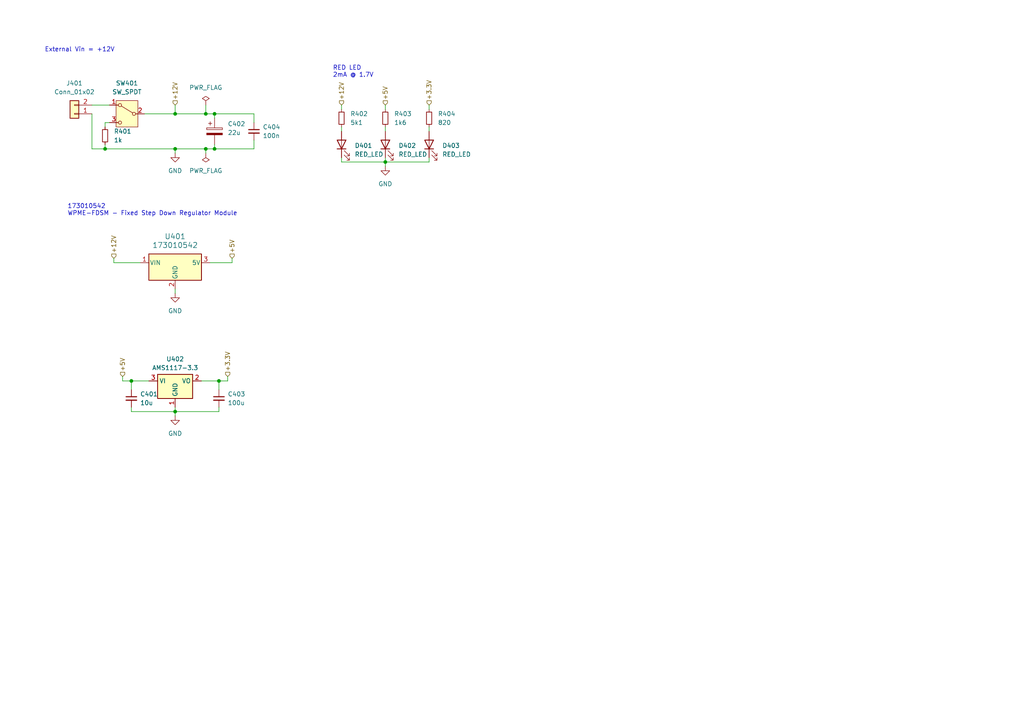
<source format=kicad_sch>
(kicad_sch (version 20231120) (generator "eeschema") (generator_version "8.0")
  (paper "A4")
  (lib_symbols
    (symbol "173010xxx:173010542" (pin_names (offset 0.254))
      (property "Reference" "U" (at 7.62 -6.35 0))
      (property "Value" "173010542" (at -0.508 3.556 0))
      (symbol "173010542_1_1"
        (rectangle (start -7.62 2.54) (end 7.62 -5.08) (stroke (width 0.254)) (fill (type background)))
        (pin power_in line (at -10.16 0 0) (length 2.54) (name "VIN") (number "1"))
        (pin power_in line (at 0 -7.62 90) (length 2.54) (name "GND") (number "2"))
        (pin power_out line (at 10.16 0 180) (length 2.54) (name "5V") (number "3"))
      )
    )
    (symbol "Connector_Generic:Conn_01x02" (pin_names (offset 1.016) hide)
      (property "Reference" "J" (at 0 2.54 0))
      (property "Value" "Conn_01x02" (at 0 -5.08 0))
      (symbol "Conn_01x02_1_1"
        (rectangle (start -1.27 -2.413) (end 0 -2.667) (stroke (width 0.1524)))
        (rectangle (start -1.27 0.127) (end 0 -0.127) (stroke (width 0.1524)))
        (rectangle (start -1.27 1.27) (end 1.27 -3.81) (stroke (width 0.254)) (fill (type background)))
        (pin passive line (at -5.08 0 0) (length 3.81) (name "Pin_1") (number "1"))
        (pin passive line (at -5.08 -2.54 0) (length 3.81) (name "Pin_2") (number "2"))
      )
    )
    (symbol "Device:C_Polarized" (pin_numbers hide) (pin_names (offset 0.254))
      (property "Reference" "C" (at 0.635 2.54 0))
      (property "Value" "C_Polarized" (at 0.635 -2.54 0))
      (symbol "C_Polarized_0_1"
        (rectangle (start -2.286 0.508) (end 2.286 1.016))
        (polyline (pts (xy -1.778 2.286) (xy -0.762 2.286)))
        (polyline (pts (xy -1.27 2.794) (xy -1.27 1.778)))
        (rectangle (start 2.286 -0.508) (end -2.286 -1.016) (fill (type outline)))
      )
      (symbol "C_Polarized_1_1"
        (pin passive line (at 0 3.81 270) (length 2.794) (name "~") (number "1"))
        (pin passive line (at 0 -3.81 90) (length 2.794) (name "~") (number "2"))
      )
    )
    (symbol "Device:C_Small" (pin_numbers hide) (pin_names (offset 0.254) hide)
      (property "Reference" "C" (at 0.254 1.778 0))
      (property "Value" "C_Small" (at 0.254 -2.032 0))
      (symbol "C_Small_0_1"
        (polyline (pts (xy -1.524 -0.508) (xy 1.524 -0.508)) (stroke (width 0.3302)))
        (polyline (pts (xy -1.524 0.508) (xy 1.524 0.508)) (stroke (width 0.3048)))
      )
      (symbol "C_Small_1_1"
        (pin passive line (at 0 2.54 270) (length 2.032) (name "~") (number "1"))
        (pin passive line (at 0 -2.54 90) (length 2.032) (name "~") (number "2"))
      )
    )
    (symbol "Device:LED" (pin_numbers hide) (pin_names (offset 1.016) hide)
      (property "Reference" "D" (at 0 2.54 0))
      (property "Value" "LED" (at 0 -2.54 0))
      (symbol "LED_0_1"
        (polyline (pts (xy -1.27 -1.27) (xy -1.27 1.27)) (stroke (width 0.254)))
        (polyline (pts (xy -1.27 0) (xy 1.27 0)))
        (polyline (pts (xy 1.27 -1.27) (xy 1.27 1.27) (xy -1.27 0) (xy 1.27 -1.27)) (stroke (width 0.254)))
        (polyline (pts (xy -3.048 -0.762) (xy -4.572 -2.286) (xy -3.81 -2.286) (xy -4.572 -2.286) (xy -4.572 -1.524)))
        (polyline (pts (xy -1.778 -0.762) (xy -3.302 -2.286) (xy -2.54 -2.286) (xy -3.302 -2.286) (xy -3.302 -1.524)))
      )
      (symbol "LED_1_1"
        (pin passive line (at -3.81 0 0) (length 2.54) (name "K") (number "1"))
        (pin passive line (at 3.81 0 180) (length 2.54) (name "A") (number "2"))
      )
    )
    (symbol "Device:R_Small" (pin_numbers hide) (pin_names (offset 0.254) hide)
      (property "Reference" "R" (at 0.762 0.508 0))
      (property "Value" "R_Small" (at 0.762 -1.016 0))
      (symbol "R_Small_0_1"
        (rectangle (start -0.762 1.778) (end 0.762 -1.778) (stroke (width 0.2032)))
      )
      (symbol "R_Small_1_1"
        (pin passive line (at 0 2.54 270) (length 0.762) (name "~") (number "1"))
        (pin passive line (at 0 -2.54 90) (length 0.762) (name "~") (number "2"))
      )
    )
    (symbol "Regulator_Linear:AMS1117-3.3"
      (property "Reference" "U" (at -3.81 3.175 0))
      (property "Value" "AMS1117-3.3" (at 0 3.175 0))
      (symbol "AMS1117-3.3_0_1"
        (rectangle (start -5.08 -5.08) (end 5.08 1.905) (stroke (width 0.254)) (fill (type background)))
      )
      (symbol "AMS1117-3.3_1_1"
        (pin power_in line (at 0 -7.62 90) (length 2.54) (name "GND") (number "1"))
        (pin power_out line (at 7.62 0 180) (length 2.54) (name "VO") (number "2"))
        (pin power_in line (at -7.62 0 0) (length 2.54) (name "VI") (number "3"))
      )
    )
    (symbol "Switch:SW_SPDT" (pin_names (offset 0) hide)
      (property "Reference" "SW" (at 0 5.08 0))
      (property "Value" "SW_SPDT" (at 0 -5.08 0))
      (symbol "SW_SPDT_0_1"
        (circle (center -2.032 0) (radius 0.4572))
        (polyline (pts (xy -1.651 0.254) (xy 1.651 2.286)))
        (circle (center 2.032 -2.54) (radius 0.4572))
        (circle (center 2.032 2.54) (radius 0.4572))
      )
      (symbol "SW_SPDT_1_1"
        (rectangle (start -3.175 3.81) (end 3.175 -3.81) (fill (type background)))
        (pin passive line (at 5.08 2.54 180) (length 2.54) (name "A") (number "1"))
        (pin passive line (at -5.08 0 0) (length 2.54) (name "B") (number "2"))
        (pin passive line (at 5.08 -2.54 180) (length 2.54) (name "C") (number "3"))
      )
    )
    (symbol "power:GND" (power) (pin_numbers hide) (pin_names (offset 0) hide)
      (property "Value" "GND" (at 0 -3.81 0))
      (symbol "GND_0_1"
        (polyline (pts (xy 0 0) (xy 0 -1.27) (xy 1.27 -1.27) (xy 0 -2.54) (xy -1.27 -1.27) (xy 0 -1.27)))
      )
      (symbol "GND_1_1"
        (pin power_in line (at 0 0 270) (length 0) (name "~") (number "1"))
      )
    )
    (symbol "power:PWR_FLAG" (power) (pin_numbers hide) (pin_names (offset 0) hide)
      (property "Value" "PWR_FLAG" (at 0 3.81 0))
      (symbol "PWR_FLAG_0_0"
        (pin power_out line (at 0 0 90) (length 0) (name "~") (number "1"))
      )
      (symbol "PWR_FLAG_0_1"
        (polyline (pts (xy 0 0) (xy 0 1.27) (xy -1.016 1.905) (xy 0 2.54) (xy 1.016 1.905) (xy 0 1.27)))
      )
    )
  )
  (junction (at 111.76 46.99))
  (junction (at 50.8 33.02))
  (junction (at 59.69 43.18))
  (junction (at 62.23 33.02))
  (junction (at 62.23 43.18))
  (junction (at 59.69 33.02))
  (junction (at 63.5 110.49))
  (junction (at 50.8 43.18))
  (junction (at 38.1 110.49))
  (junction (at 30.48 43.18))
  (junction (at 50.8 119.38))
  (wire (pts (xy 58.42 110.49) (xy 63.5 110.49)))
  (wire (pts (xy 50.8 33.02) (xy 59.69 33.02)))
  (wire (pts (xy 30.48 43.18) (xy 30.48 41.91)))
  (wire (pts (xy 99.06 46.99) (xy 111.76 46.99)))
  (wire (pts (xy 59.69 30.48) (xy 59.69 33.02)))
  (wire (pts (xy 26.67 30.48) (xy 31.75 30.48)))
  (wire (pts (xy 111.76 46.99) (xy 124.46 46.99)))
  (wire (pts (xy 124.46 46.99) (xy 124.46 45.72)))
  (wire (pts (xy 99.06 45.72) (xy 99.06 46.99)))
  (wire (pts (xy 111.76 46.99) (xy 111.76 48.26)))
  (wire (pts (xy 50.8 43.18) (xy 50.8 44.45)))
  (wire (pts (xy 30.48 43.18) (xy 50.8 43.18)))
  (wire (pts (xy 99.06 36.83) (xy 99.06 38.1)))
  (wire (pts (xy 73.66 35.56) (xy 73.66 33.02)))
  (wire (pts (xy 59.69 43.18) (xy 50.8 43.18)))
  (wire (pts (xy 124.46 30.48) (xy 124.46 31.75)))
  (wire (pts (xy 38.1 118.11) (xy 38.1 119.38)))
  (wire (pts (xy 63.5 110.49) (xy 66.04 110.49)))
  (wire (pts (xy 59.69 44.45) (xy 59.69 43.18)))
  (wire (pts (xy 33.02 76.2) (xy 40.64 76.2)))
  (wire (pts (xy 35.56 110.49) (xy 38.1 110.49)))
  (wire (pts (xy 30.48 35.56) (xy 30.48 36.83)))
  (wire (pts (xy 124.46 36.83) (xy 124.46 38.1)))
  (wire (pts (xy 43.18 110.49) (xy 38.1 110.49)))
  (wire (pts (xy 111.76 45.72) (xy 111.76 46.99)))
  (wire (pts (xy 62.23 34.29) (xy 62.23 33.02)))
  (wire (pts (xy 38.1 110.49) (xy 38.1 113.03)))
  (wire (pts (xy 63.5 110.49) (xy 63.5 113.03)))
  (wire (pts (xy 38.1 119.38) (xy 50.8 119.38)))
  (wire (pts (xy 50.8 85.09) (xy 50.8 83.82)))
  (wire (pts (xy 59.69 43.18) (xy 62.23 43.18)))
  (wire (pts (xy 50.8 30.48) (xy 50.8 33.02)))
  (wire (pts (xy 62.23 33.02) (xy 73.66 33.02)))
  (wire (pts (xy 66.04 109.22) (xy 66.04 110.49)))
  (wire (pts (xy 73.66 40.64) (xy 73.66 43.18)))
  (wire (pts (xy 111.76 36.83) (xy 111.76 38.1)))
  (wire (pts (xy 67.31 74.93) (xy 67.31 76.2)))
  (wire (pts (xy 26.67 43.18) (xy 30.48 43.18)))
  (wire (pts (xy 62.23 41.91) (xy 62.23 43.18)))
  (wire (pts (xy 62.23 43.18) (xy 73.66 43.18)))
  (wire (pts (xy 26.67 33.02) (xy 26.67 43.18)))
  (wire (pts (xy 31.75 35.56) (xy 30.48 35.56)))
  (wire (pts (xy 50.8 119.38) (xy 63.5 119.38)))
  (wire (pts (xy 63.5 118.11) (xy 63.5 119.38)))
  (wire (pts (xy 33.02 74.93) (xy 33.02 76.2)))
  (wire (pts (xy 41.91 33.02) (xy 50.8 33.02)))
  (wire (pts (xy 99.06 30.48) (xy 99.06 31.75)))
  (wire (pts (xy 50.8 118.11) (xy 50.8 119.38)))
  (wire (pts (xy 59.69 33.02) (xy 62.23 33.02)))
  (wire (pts (xy 111.76 30.48) (xy 111.76 31.75)))
  (wire (pts (xy 67.31 76.2) (xy 60.96 76.2)))
  (wire (pts (xy 50.8 119.38) (xy 50.8 120.65)))
  (wire (pts (xy 35.56 109.22) (xy 35.56 110.49)))
  (text "RED LED\n2mA @ 1.7V" (at 96.52 20.828 0) (effects (font (size 1.27 1.27)) (justify left)))
  (text "173010542\nWPME-FDSM - Fixed Step Down Regulator Module" (at 19.558 60.96 0) (effects (font (size 1.27 1.27)) (justify left)))
  (text "External Vin = +12V" (at 12.954 14.478 0) (effects (font (size 1.27 1.27)) (justify left)))
  (hierarchical_label "+5V" (shape input) (at 35.56 109.22 90))
  (hierarchical_label "+12V" (shape input) (at 50.8 30.48 90))
  (hierarchical_label "+12V" (shape input) (at 33.02 74.93 90))
  (hierarchical_label "+12V" (shape input) (at 99.06 30.48 90))
  (hierarchical_label "+5V" (shape input) (at 67.31 74.93 90))
  (hierarchical_label "+5V" (shape input) (at 111.76 30.48 90))
  (hierarchical_label "+3.3V" (shape input) (at 66.04 109.22 90))
  (hierarchical_label "+3.3V" (shape input) (at 124.46 30.48 90))
  (symbol (lib_id "Device:C_Small") (at 63.5 115.57 0) (unit 1)
    (property "Reference" "C403" (at 66.04 114.3062 0) (effects (justify left)))
    (property "Value" "100u" (at 66.04 116.8462 0) (effects (justify left)))
    (property "Footprint" "Capacitor_SMD:C_0402_1005Metric" (effects (hide yes)))
    (property "Description" "Unpolarized capacitor, small symbol" (effects (hide yes)))
  )
  (symbol (lib_id "Device:LED") (at 111.76 41.91 90) (unit 1)
    (property "Reference" "D402" (at 115.57 42.2274 90) (effects (justify right)))
    (property "Value" "RED_LED" (at 115.57 44.7674 90) (effects (justify right)))
    (property "Footprint" "LED_SMD:LED_0603_1608Metric" (effects (hide yes)))
    (property "Datasheet" "https://www.we-online.com/components/products/datasheet/150060RS55040.pdf" (effects (hide yes)))
    (property "Description" "Light emitting diode" (effects (hide yes)))
    (property "MPN" "150060RS55040" (effects (hide yes)))
  )
  (symbol (lib_id "Connector_Generic:Conn_01x02") (at 21.59 33.02 180) (unit 1)
    (property "Reference" "J401" (at 21.59 24.13 0))
    (property "Value" "Conn_01x02" (at 21.59 26.67 0))
    (property "Footprint" "Connector_JST:JST_XH_S2B-XH-A_1x02_P2.50mm_Horizontal" (effects (hide yes)))
    (property "Description" "Generic connector, single row, 01x02, script generated (kicad-library-utils/schlib/autogen/connector/)" (effects (hide yes)))
  )
  (symbol (lib_id "power:PWR_FLAG") (at 59.69 44.45 180) (unit 1)
    (property "Reference" "#FLG0402" (effects (hide yes)))
    (property "Value" "PWR_FLAG" (at 59.69 49.53 0))
    (property "Description" "Special symbol for telling ERC where power comes from" (effects (hide yes)))
  )
  (symbol (lib_id "Device:R_Small") (at 111.76 34.29 0) (unit 1)
    (property "Reference" "R403" (at 114.3 33.0199 0) (effects (justify left)))
    (property "Value" "1k6" (at 114.3 35.5599 0) (effects (justify left)))
    (property "Footprint" "Resistor_SMD:R_0402_1005Metric" (effects (hide yes)))
    (property "Description" "Resistor, small symbol" (effects (hide yes)))
  )
  (symbol (lib_id "Device:C_Small") (at 73.66 38.1 0) (unit 1)
    (property "Reference" "C404" (at 76.2 36.8362 0) (effects (justify left)))
    (property "Value" "100n" (at 76.2 39.3762 0) (effects (justify left)))
    (property "Footprint" "Capacitor_SMD:C_0402_1005Metric" (effects (hide yes)))
    (property "Description" "Unpolarized capacitor, small symbol" (effects (hide yes)))
  )
  (symbol (lib_id "Device:LED") (at 124.46 41.91 90) (unit 1)
    (property "Reference" "D403" (at 128.27 42.2274 90) (effects (justify right)))
    (property "Value" "RED_LED" (at 128.27 44.7674 90) (effects (justify right)))
    (property "Footprint" "LED_SMD:LED_0603_1608Metric" (effects (hide yes)))
    (property "Datasheet" "https://www.we-online.com/components/products/datasheet/150060RS55040.pdf" (effects (hide yes)))
    (property "Description" "Light emitting diode" (effects (hide yes)))
    (property "MPN" "150060RS55040" (effects (hide yes)))
  )
  (symbol (lib_id "Regulator_Linear:AMS1117-3.3") (at 50.8 110.49 0) (unit 1)
    (property "Reference" "U402" (at 50.8 104.14 0))
    (property "Value" "AMS1117-3.3" (at 50.8 106.68 0))
    (property "Footprint" "Package_TO_SOT_SMD:SOT-223-3_TabPin2" (effects (hide yes)))
    (property "Datasheet" "http://www.advanced-monolithic.com/pdf/ds1117.pdf" (effects (hide yes)))
    (property "Description" "1A Low Dropout regulator, positive, 3.3V fixed output, SOT-223" (effects (hide yes)))
  )
  (symbol (lib_id "Switch:SW_SPDT") (at 36.83 33.02 0) (mirror y) (unit 1)
    (property "Reference" "SW401" (at 36.83 24.13 0))
    (property "Value" "SW_SPDT" (at 36.83 26.67 0))
    (property "Footprint" "libs:472121020311" (effects (hide yes)))
    (property "Datasheet" "https://www.we-online.com/components/products/datasheet/472121020311.pdf" (effects (hide yes)))
    (property "Description" "Switch, single pole double throw" (effects (hide yes)))
    (property "MPN" "472121020311" (effects (hide yes)))
  )
  (symbol (lib_id "power:GND") (at 50.8 85.09 0) (unit 1)
    (property "Reference" "#PWR0402" (effects (hide yes)))
    (property "Value" "GND" (at 50.8 90.17 0))
    (property "Description" "Power symbol creates a global label with name \"GND\" , ground" (effects (hide yes)))
  )
  (symbol (lib_id "Device:C_Polarized") (at 62.23 38.1 0) (unit 1)
    (property "Reference" "C402" (at 66.04 35.9409 0) (effects (justify left)))
    (property "Value" "22u" (at 66.04 38.4809 0) (effects (justify left)))
    (property "Footprint" "Capacitor_SMD:CP_Elec_5x5.4" (effects (hide yes)))
    (property "Description" "Polarized capacitor" (effects (hide yes)))
    (property "MPN" "865060442002" (effects (hide yes)))
  )
  (symbol (lib_id "Device:R_Small") (at 124.46 34.29 0) (unit 1)
    (property "Reference" "R404" (at 127 33.0199 0) (effects (justify left)))
    (property "Value" "820" (at 127 35.5599 0) (effects (justify left)))
    (property "Footprint" "Resistor_SMD:R_0402_1005Metric" (effects (hide yes)))
    (property "Description" "Resistor, small symbol" (effects (hide yes)))
  )
  (symbol (lib_id "Device:R_Small") (at 30.48 39.37 0) (unit 1)
    (property "Reference" "R401" (at 33.02 38.0999 0) (effects (justify left)))
    (property "Value" "1k" (at 33.02 40.6399 0) (effects (justify left)))
    (property "Footprint" "Resistor_SMD:R_0805_2012Metric" (effects (hide yes)))
    (property "Description" "Resistor, small symbol" (effects (hide yes)))
  )
  (symbol (lib_id "Device:R_Small") (at 99.06 34.29 0) (unit 1)
    (property "Reference" "R402" (at 101.6 33.0199 0) (effects (justify left)))
    (property "Value" "5k1" (at 101.6 35.5599 0) (effects (justify left)))
    (property "Footprint" "Resistor_SMD:R_0402_1005Metric" (effects (hide yes)))
    (property "Description" "Resistor, small symbol" (effects (hide yes)))
  )
  (symbol (lib_id "power:GND") (at 50.8 120.65 0) (unit 1)
    (property "Reference" "#PWR0403" (effects (hide yes)))
    (property "Value" "GND" (at 50.8 125.73 0))
    (property "Description" "Power symbol creates a global label with name \"GND\" , ground" (effects (hide yes)))
  )
  (symbol (lib_id "Device:C_Small") (at 38.1 115.57 0) (unit 1)
    (property "Reference" "C401" (at 40.64 114.3062 0) (effects (justify left)))
    (property "Value" "10u" (at 40.64 116.8462 0) (effects (justify left)))
    (property "Footprint" "Capacitor_SMD:C_0402_1005Metric" (effects (hide yes)))
    (property "Description" "Unpolarized capacitor, small symbol" (effects (hide yes)))
  )
  (symbol (lib_id "power:GND") (at 111.76 48.26 0) (unit 1)
    (property "Reference" "#PWR0404" (effects (hide yes)))
    (property "Value" "GND" (at 111.76 53.34 0))
    (property "Description" "Power symbol creates a global label with name \"GND\" , ground" (effects (hide yes)))
  )
  (symbol (lib_id "173010xxx:173010542") (at 50.8 76.2 0) (unit 1)
    (property "Reference" "U401" (at 50.8 68.58 0) (effects (font (size 1.524 1.524))))
    (property "Value" "173010542" (at 50.8 71.12 0) (effects (font (size 1.524 1.524))))
    (property "Footprint" "libs:173010xxx" (effects (hide yes)))
    (property "Datasheet" "https://www.we-online.com/components/products/datasheet/173010542.pdf" (effects (hide yes)))
  )
  (symbol (lib_id "power:PWR_FLAG") (at 59.69 30.48 0) (unit 1)
    (property "Reference" "#FLG0401" (effects (hide yes)))
    (property "Value" "PWR_FLAG" (at 59.69 25.4 0))
    (property "Description" "Special symbol for telling ERC where power comes from" (effects (hide yes)))
  )
  (symbol (lib_id "power:GND") (at 50.8 44.45 0) (unit 1)
    (property "Reference" "#PWR0401" (effects (hide yes)))
    (property "Value" "GND" (at 50.8 49.53 0))
    (property "Description" "Power symbol creates a global label with name \"GND\" , ground" (effects (hide yes)))
  )
  (symbol (lib_id "Device:LED") (at 99.06 41.91 90) (unit 1)
    (property "Reference" "D401" (at 102.87 42.2274 90) (effects (justify right)))
    (property "Value" "RED_LED" (at 102.87 44.7674 90) (effects (justify right)))
    (property "Footprint" "LED_SMD:LED_0603_1608Metric" (effects (hide yes)))
    (property "Datasheet" "https://www.we-online.com/components/products/datasheet/150060RS55040.pdf" (effects (hide yes)))
    (property "Description" "Light emitting diode" (effects (hide yes)))
    (property "MPN" "150060RS55040" (effects (hide yes)))
  )
)
</source>
